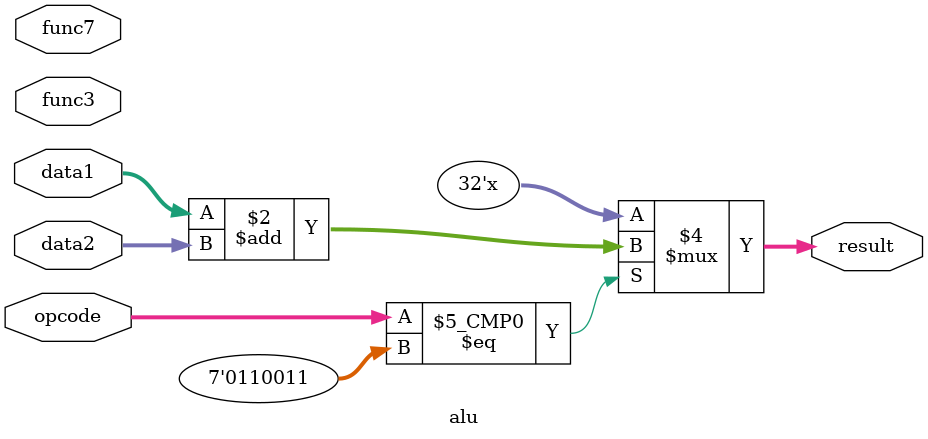
<source format=sv>
module alu(
    input   logic   [31:0]      data1,
    input   logic   [31:0]      data2,

    input   logic   [6:0]       opcode,
    input   logic   [2:0]       func3, 
    input   logic   [6:0]       func7, 

    output  logic   [31:0]      result
);

    always_comb begin
        case(opcode)
            7'b0110011 : result = data1 + data2;
            default : begin 
                $display("not adding");
            end
        endcase
    end
endmodule: alu
</source>
